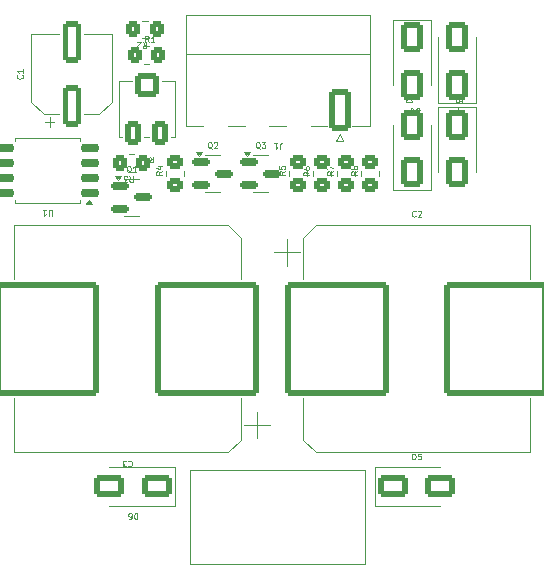
<source format=gbr>
%TF.GenerationSoftware,KiCad,Pcbnew,8.0.2*%
%TF.CreationDate,2024-10-04T23:09:32+02:00*%
%TF.ProjectId,OSSD_CDU,4f535344-5f43-4445-952e-6b696361645f,rev?*%
%TF.SameCoordinates,Original*%
%TF.FileFunction,Legend,Top*%
%TF.FilePolarity,Positive*%
%FSLAX46Y46*%
G04 Gerber Fmt 4.6, Leading zero omitted, Abs format (unit mm)*
G04 Created by KiCad (PCBNEW 8.0.2) date 2024-10-04 23:09:32*
%MOMM*%
%LPD*%
G01*
G04 APERTURE LIST*
G04 Aperture macros list*
%AMRoundRect*
0 Rectangle with rounded corners*
0 $1 Rounding radius*
0 $2 $3 $4 $5 $6 $7 $8 $9 X,Y pos of 4 corners*
0 Add a 4 corners polygon primitive as box body*
4,1,4,$2,$3,$4,$5,$6,$7,$8,$9,$2,$3,0*
0 Add four circle primitives for the rounded corners*
1,1,$1+$1,$2,$3*
1,1,$1+$1,$4,$5*
1,1,$1+$1,$6,$7*
1,1,$1+$1,$8,$9*
0 Add four rect primitives between the rounded corners*
20,1,$1+$1,$2,$3,$4,$5,0*
20,1,$1+$1,$4,$5,$6,$7,0*
20,1,$1+$1,$6,$7,$8,$9,0*
20,1,$1+$1,$8,$9,$2,$3,0*%
G04 Aperture macros list end*
%ADD10C,0.075000*%
%ADD11C,0.120000*%
%ADD12C,0.100000*%
%ADD13RoundRect,0.250000X0.400000X0.750000X-0.400000X0.750000X-0.400000X-0.750000X0.400000X-0.750000X0*%
%ADD14RoundRect,0.250000X0.750000X0.750000X-0.750000X0.750000X-0.750000X-0.750000X0.750000X-0.750000X0*%
%ADD15RoundRect,0.250000X0.450000X-0.350000X0.450000X0.350000X-0.450000X0.350000X-0.450000X-0.350000X0*%
%ADD16RoundRect,0.250000X0.350000X0.450000X-0.350000X0.450000X-0.350000X-0.450000X0.350000X-0.450000X0*%
%ADD17RoundRect,0.250000X-0.350000X-0.450000X0.350000X-0.450000X0.350000X0.450000X-0.350000X0.450000X0*%
%ADD18RoundRect,0.150000X-0.587500X-0.150000X0.587500X-0.150000X0.587500X0.150000X-0.587500X0.150000X0*%
%ADD19C,2.200000*%
%ADD20O,1.800000X3.600000*%
%ADD21RoundRect,0.250000X0.650000X1.550000X-0.650000X1.550000X-0.650000X-1.550000X0.650000X-1.550000X0*%
%ADD22RoundRect,0.250000X1.000000X0.650000X-1.000000X0.650000X-1.000000X-0.650000X1.000000X-0.650000X0*%
%ADD23RoundRect,0.250000X-1.000000X-0.650000X1.000000X-0.650000X1.000000X0.650000X-1.000000X0.650000X0*%
%ADD24RoundRect,0.250000X0.650000X-1.000000X0.650000X1.000000X-0.650000X1.000000X-0.650000X-1.000000X0*%
%ADD25RoundRect,0.250000X-0.650000X1.000000X-0.650000X-1.000000X0.650000X-1.000000X0.650000X1.000000X0*%
%ADD26RoundRect,0.249999X4.150001X4.550001X-4.150001X4.550001X-4.150001X-4.550001X4.150001X-4.550001X0*%
%ADD27RoundRect,0.249999X-4.150001X-4.550001X4.150001X-4.550001X4.150001X4.550001X-4.150001X4.550001X0*%
%ADD28RoundRect,0.250000X0.550000X-1.500000X0.550000X1.500000X-0.550000X1.500000X-0.550000X-1.500000X0*%
%ADD29RoundRect,0.150000X0.650000X0.150000X-0.650000X0.150000X-0.650000X-0.150000X0.650000X-0.150000X0*%
G04 APERTURE END LIST*
D10*
X151935618Y-102078590D02*
X152102284Y-102316685D01*
X152221332Y-102078590D02*
X152221332Y-102578590D01*
X152221332Y-102578590D02*
X152030856Y-102578590D01*
X152030856Y-102578590D02*
X151983237Y-102554780D01*
X151983237Y-102554780D02*
X151959427Y-102530971D01*
X151959427Y-102530971D02*
X151935618Y-102483352D01*
X151935618Y-102483352D02*
X151935618Y-102411923D01*
X151935618Y-102411923D02*
X151959427Y-102364304D01*
X151959427Y-102364304D02*
X151983237Y-102340495D01*
X151983237Y-102340495D02*
X152030856Y-102316685D01*
X152030856Y-102316685D02*
X152221332Y-102316685D01*
X151792760Y-102578590D02*
X151626094Y-102078590D01*
X151626094Y-102078590D02*
X151459427Y-102578590D01*
X151030856Y-102078590D02*
X151316570Y-102078590D01*
X151173713Y-102078590D02*
X151173713Y-102578590D01*
X151173713Y-102578590D02*
X151221332Y-102507161D01*
X151221332Y-102507161D02*
X151268951Y-102459542D01*
X151268951Y-102459542D02*
X151316570Y-102435733D01*
X169463409Y-103341333D02*
X169225314Y-103507999D01*
X169463409Y-103627047D02*
X168963409Y-103627047D01*
X168963409Y-103627047D02*
X168963409Y-103436571D01*
X168963409Y-103436571D02*
X168987219Y-103388952D01*
X168987219Y-103388952D02*
X169011028Y-103365142D01*
X169011028Y-103365142D02*
X169058647Y-103341333D01*
X169058647Y-103341333D02*
X169130076Y-103341333D01*
X169130076Y-103341333D02*
X169177695Y-103365142D01*
X169177695Y-103365142D02*
X169201504Y-103388952D01*
X169201504Y-103388952D02*
X169225314Y-103436571D01*
X169225314Y-103436571D02*
X169225314Y-103627047D01*
X169177695Y-103055618D02*
X169153885Y-103103237D01*
X169153885Y-103103237D02*
X169130076Y-103127047D01*
X169130076Y-103127047D02*
X169082457Y-103150856D01*
X169082457Y-103150856D02*
X169058647Y-103150856D01*
X169058647Y-103150856D02*
X169011028Y-103127047D01*
X169011028Y-103127047D02*
X168987219Y-103103237D01*
X168987219Y-103103237D02*
X168963409Y-103055618D01*
X168963409Y-103055618D02*
X168963409Y-102960380D01*
X168963409Y-102960380D02*
X168987219Y-102912761D01*
X168987219Y-102912761D02*
X169011028Y-102888952D01*
X169011028Y-102888952D02*
X169058647Y-102865142D01*
X169058647Y-102865142D02*
X169082457Y-102865142D01*
X169082457Y-102865142D02*
X169130076Y-102888952D01*
X169130076Y-102888952D02*
X169153885Y-102912761D01*
X169153885Y-102912761D02*
X169177695Y-102960380D01*
X169177695Y-102960380D02*
X169177695Y-103055618D01*
X169177695Y-103055618D02*
X169201504Y-103103237D01*
X169201504Y-103103237D02*
X169225314Y-103127047D01*
X169225314Y-103127047D02*
X169272933Y-103150856D01*
X169272933Y-103150856D02*
X169368171Y-103150856D01*
X169368171Y-103150856D02*
X169415790Y-103127047D01*
X169415790Y-103127047D02*
X169439600Y-103103237D01*
X169439600Y-103103237D02*
X169463409Y-103055618D01*
X169463409Y-103055618D02*
X169463409Y-102960380D01*
X169463409Y-102960380D02*
X169439600Y-102912761D01*
X169439600Y-102912761D02*
X169415790Y-102888952D01*
X169415790Y-102888952D02*
X169368171Y-102865142D01*
X169368171Y-102865142D02*
X169272933Y-102865142D01*
X169272933Y-102865142D02*
X169225314Y-102888952D01*
X169225314Y-102888952D02*
X169201504Y-102912761D01*
X169201504Y-102912761D02*
X169177695Y-102960380D01*
X167431409Y-103341333D02*
X167193314Y-103507999D01*
X167431409Y-103627047D02*
X166931409Y-103627047D01*
X166931409Y-103627047D02*
X166931409Y-103436571D01*
X166931409Y-103436571D02*
X166955219Y-103388952D01*
X166955219Y-103388952D02*
X166979028Y-103365142D01*
X166979028Y-103365142D02*
X167026647Y-103341333D01*
X167026647Y-103341333D02*
X167098076Y-103341333D01*
X167098076Y-103341333D02*
X167145695Y-103365142D01*
X167145695Y-103365142D02*
X167169504Y-103388952D01*
X167169504Y-103388952D02*
X167193314Y-103436571D01*
X167193314Y-103436571D02*
X167193314Y-103627047D01*
X166931409Y-103174666D02*
X166931409Y-102841333D01*
X166931409Y-102841333D02*
X167431409Y-103055618D01*
X165427409Y-103389269D02*
X165189314Y-103555935D01*
X165427409Y-103674983D02*
X164927409Y-103674983D01*
X164927409Y-103674983D02*
X164927409Y-103484507D01*
X164927409Y-103484507D02*
X164951219Y-103436888D01*
X164951219Y-103436888D02*
X164975028Y-103413078D01*
X164975028Y-103413078D02*
X165022647Y-103389269D01*
X165022647Y-103389269D02*
X165094076Y-103389269D01*
X165094076Y-103389269D02*
X165141695Y-103413078D01*
X165141695Y-103413078D02*
X165165504Y-103436888D01*
X165165504Y-103436888D02*
X165189314Y-103484507D01*
X165189314Y-103484507D02*
X165189314Y-103674983D01*
X164927409Y-102960697D02*
X164927409Y-103055935D01*
X164927409Y-103055935D02*
X164951219Y-103103554D01*
X164951219Y-103103554D02*
X164975028Y-103127364D01*
X164975028Y-103127364D02*
X165046457Y-103174983D01*
X165046457Y-103174983D02*
X165141695Y-103198792D01*
X165141695Y-103198792D02*
X165332171Y-103198792D01*
X165332171Y-103198792D02*
X165379790Y-103174983D01*
X165379790Y-103174983D02*
X165403600Y-103151173D01*
X165403600Y-103151173D02*
X165427409Y-103103554D01*
X165427409Y-103103554D02*
X165427409Y-103008316D01*
X165427409Y-103008316D02*
X165403600Y-102960697D01*
X165403600Y-102960697D02*
X165379790Y-102936888D01*
X165379790Y-102936888D02*
X165332171Y-102913078D01*
X165332171Y-102913078D02*
X165213123Y-102913078D01*
X165213123Y-102913078D02*
X165165504Y-102936888D01*
X165165504Y-102936888D02*
X165141695Y-102960697D01*
X165141695Y-102960697D02*
X165117885Y-103008316D01*
X165117885Y-103008316D02*
X165117885Y-103103554D01*
X165117885Y-103103554D02*
X165141695Y-103151173D01*
X165141695Y-103151173D02*
X165165504Y-103174983D01*
X165165504Y-103174983D02*
X165213123Y-103198792D01*
X163367409Y-103341333D02*
X163129314Y-103507999D01*
X163367409Y-103627047D02*
X162867409Y-103627047D01*
X162867409Y-103627047D02*
X162867409Y-103436571D01*
X162867409Y-103436571D02*
X162891219Y-103388952D01*
X162891219Y-103388952D02*
X162915028Y-103365142D01*
X162915028Y-103365142D02*
X162962647Y-103341333D01*
X162962647Y-103341333D02*
X163034076Y-103341333D01*
X163034076Y-103341333D02*
X163081695Y-103365142D01*
X163081695Y-103365142D02*
X163105504Y-103388952D01*
X163105504Y-103388952D02*
X163129314Y-103436571D01*
X163129314Y-103436571D02*
X163129314Y-103627047D01*
X162867409Y-102888952D02*
X162867409Y-103127047D01*
X162867409Y-103127047D02*
X163105504Y-103150856D01*
X163105504Y-103150856D02*
X163081695Y-103127047D01*
X163081695Y-103127047D02*
X163057885Y-103079428D01*
X163057885Y-103079428D02*
X163057885Y-102960380D01*
X163057885Y-102960380D02*
X163081695Y-102912761D01*
X163081695Y-102912761D02*
X163105504Y-102888952D01*
X163105504Y-102888952D02*
X163153123Y-102865142D01*
X163153123Y-102865142D02*
X163272171Y-102865142D01*
X163272171Y-102865142D02*
X163319790Y-102888952D01*
X163319790Y-102888952D02*
X163343600Y-102912761D01*
X163343600Y-102912761D02*
X163367409Y-102960380D01*
X163367409Y-102960380D02*
X163367409Y-103079428D01*
X163367409Y-103079428D02*
X163343600Y-103127047D01*
X163343600Y-103127047D02*
X163319790Y-103150856D01*
X152953409Y-103341333D02*
X152715314Y-103507999D01*
X152953409Y-103627047D02*
X152453409Y-103627047D01*
X152453409Y-103627047D02*
X152453409Y-103436571D01*
X152453409Y-103436571D02*
X152477219Y-103388952D01*
X152477219Y-103388952D02*
X152501028Y-103365142D01*
X152501028Y-103365142D02*
X152548647Y-103341333D01*
X152548647Y-103341333D02*
X152620076Y-103341333D01*
X152620076Y-103341333D02*
X152667695Y-103365142D01*
X152667695Y-103365142D02*
X152691504Y-103388952D01*
X152691504Y-103388952D02*
X152715314Y-103436571D01*
X152715314Y-103436571D02*
X152715314Y-103627047D01*
X152620076Y-102912761D02*
X152953409Y-102912761D01*
X152429600Y-103031809D02*
X152786742Y-103150856D01*
X152786742Y-103150856D02*
X152786742Y-102841333D01*
X150176333Y-103725590D02*
X150342999Y-103963685D01*
X150462047Y-103725590D02*
X150462047Y-104225590D01*
X150462047Y-104225590D02*
X150271571Y-104225590D01*
X150271571Y-104225590D02*
X150223952Y-104201780D01*
X150223952Y-104201780D02*
X150200142Y-104177971D01*
X150200142Y-104177971D02*
X150176333Y-104130352D01*
X150176333Y-104130352D02*
X150176333Y-104058923D01*
X150176333Y-104058923D02*
X150200142Y-104011304D01*
X150200142Y-104011304D02*
X150223952Y-103987495D01*
X150223952Y-103987495D02*
X150271571Y-103963685D01*
X150271571Y-103963685D02*
X150462047Y-103963685D01*
X150009666Y-104225590D02*
X149700142Y-104225590D01*
X149700142Y-104225590D02*
X149866809Y-104035114D01*
X149866809Y-104035114D02*
X149795380Y-104035114D01*
X149795380Y-104035114D02*
X149747761Y-104011304D01*
X149747761Y-104011304D02*
X149723952Y-103987495D01*
X149723952Y-103987495D02*
X149700142Y-103939876D01*
X149700142Y-103939876D02*
X149700142Y-103820828D01*
X149700142Y-103820828D02*
X149723952Y-103773209D01*
X149723952Y-103773209D02*
X149747761Y-103749400D01*
X149747761Y-103749400D02*
X149795380Y-103725590D01*
X149795380Y-103725590D02*
X149938237Y-103725590D01*
X149938237Y-103725590D02*
X149985856Y-103749400D01*
X149985856Y-103749400D02*
X150009666Y-103773209D01*
X151319333Y-92422590D02*
X151485999Y-92660685D01*
X151605047Y-92422590D02*
X151605047Y-92922590D01*
X151605047Y-92922590D02*
X151414571Y-92922590D01*
X151414571Y-92922590D02*
X151366952Y-92898780D01*
X151366952Y-92898780D02*
X151343142Y-92874971D01*
X151343142Y-92874971D02*
X151319333Y-92827352D01*
X151319333Y-92827352D02*
X151319333Y-92755923D01*
X151319333Y-92755923D02*
X151343142Y-92708304D01*
X151343142Y-92708304D02*
X151366952Y-92684495D01*
X151366952Y-92684495D02*
X151414571Y-92660685D01*
X151414571Y-92660685D02*
X151605047Y-92660685D01*
X151128856Y-92874971D02*
X151105047Y-92898780D01*
X151105047Y-92898780D02*
X151057428Y-92922590D01*
X151057428Y-92922590D02*
X150938380Y-92922590D01*
X150938380Y-92922590D02*
X150890761Y-92898780D01*
X150890761Y-92898780D02*
X150866952Y-92874971D01*
X150866952Y-92874971D02*
X150843142Y-92827352D01*
X150843142Y-92827352D02*
X150843142Y-92779733D01*
X150843142Y-92779733D02*
X150866952Y-92708304D01*
X150866952Y-92708304D02*
X151152666Y-92422590D01*
X151152666Y-92422590D02*
X150843142Y-92422590D01*
X151829666Y-92386409D02*
X151663000Y-92148314D01*
X151543952Y-92386409D02*
X151543952Y-91886409D01*
X151543952Y-91886409D02*
X151734428Y-91886409D01*
X151734428Y-91886409D02*
X151782047Y-91910219D01*
X151782047Y-91910219D02*
X151805857Y-91934028D01*
X151805857Y-91934028D02*
X151829666Y-91981647D01*
X151829666Y-91981647D02*
X151829666Y-92053076D01*
X151829666Y-92053076D02*
X151805857Y-92100695D01*
X151805857Y-92100695D02*
X151782047Y-92124504D01*
X151782047Y-92124504D02*
X151734428Y-92148314D01*
X151734428Y-92148314D02*
X151543952Y-92148314D01*
X152305857Y-92386409D02*
X152020143Y-92386409D01*
X152163000Y-92386409D02*
X152163000Y-91886409D01*
X152163000Y-91886409D02*
X152115381Y-91957838D01*
X152115381Y-91957838D02*
X152067762Y-92005457D01*
X152067762Y-92005457D02*
X152020143Y-92029266D01*
X161242380Y-101408028D02*
X161194761Y-101384219D01*
X161194761Y-101384219D02*
X161147142Y-101336600D01*
X161147142Y-101336600D02*
X161075714Y-101265171D01*
X161075714Y-101265171D02*
X161028095Y-101241361D01*
X161028095Y-101241361D02*
X160980476Y-101241361D01*
X161004285Y-101360409D02*
X160956666Y-101336600D01*
X160956666Y-101336600D02*
X160909047Y-101288980D01*
X160909047Y-101288980D02*
X160885238Y-101193742D01*
X160885238Y-101193742D02*
X160885238Y-101027076D01*
X160885238Y-101027076D02*
X160909047Y-100931838D01*
X160909047Y-100931838D02*
X160956666Y-100884219D01*
X160956666Y-100884219D02*
X161004285Y-100860409D01*
X161004285Y-100860409D02*
X161099523Y-100860409D01*
X161099523Y-100860409D02*
X161147142Y-100884219D01*
X161147142Y-100884219D02*
X161194761Y-100931838D01*
X161194761Y-100931838D02*
X161218571Y-101027076D01*
X161218571Y-101027076D02*
X161218571Y-101193742D01*
X161218571Y-101193742D02*
X161194761Y-101288980D01*
X161194761Y-101288980D02*
X161147142Y-101336600D01*
X161147142Y-101336600D02*
X161099523Y-101360409D01*
X161099523Y-101360409D02*
X161004285Y-101360409D01*
X161385238Y-100860409D02*
X161694762Y-100860409D01*
X161694762Y-100860409D02*
X161528095Y-101050885D01*
X161528095Y-101050885D02*
X161599524Y-101050885D01*
X161599524Y-101050885D02*
X161647143Y-101074695D01*
X161647143Y-101074695D02*
X161670952Y-101098504D01*
X161670952Y-101098504D02*
X161694762Y-101146123D01*
X161694762Y-101146123D02*
X161694762Y-101265171D01*
X161694762Y-101265171D02*
X161670952Y-101312790D01*
X161670952Y-101312790D02*
X161647143Y-101336600D01*
X161647143Y-101336600D02*
X161599524Y-101360409D01*
X161599524Y-101360409D02*
X161456667Y-101360409D01*
X161456667Y-101360409D02*
X161409048Y-101336600D01*
X161409048Y-101336600D02*
X161385238Y-101312790D01*
X157178380Y-101408028D02*
X157130761Y-101384219D01*
X157130761Y-101384219D02*
X157083142Y-101336600D01*
X157083142Y-101336600D02*
X157011714Y-101265171D01*
X157011714Y-101265171D02*
X156964095Y-101241361D01*
X156964095Y-101241361D02*
X156916476Y-101241361D01*
X156940285Y-101360409D02*
X156892666Y-101336600D01*
X156892666Y-101336600D02*
X156845047Y-101288980D01*
X156845047Y-101288980D02*
X156821238Y-101193742D01*
X156821238Y-101193742D02*
X156821238Y-101027076D01*
X156821238Y-101027076D02*
X156845047Y-100931838D01*
X156845047Y-100931838D02*
X156892666Y-100884219D01*
X156892666Y-100884219D02*
X156940285Y-100860409D01*
X156940285Y-100860409D02*
X157035523Y-100860409D01*
X157035523Y-100860409D02*
X157083142Y-100884219D01*
X157083142Y-100884219D02*
X157130761Y-100931838D01*
X157130761Y-100931838D02*
X157154571Y-101027076D01*
X157154571Y-101027076D02*
X157154571Y-101193742D01*
X157154571Y-101193742D02*
X157130761Y-101288980D01*
X157130761Y-101288980D02*
X157083142Y-101336600D01*
X157083142Y-101336600D02*
X157035523Y-101360409D01*
X157035523Y-101360409D02*
X156940285Y-101360409D01*
X157345048Y-100908028D02*
X157368857Y-100884219D01*
X157368857Y-100884219D02*
X157416476Y-100860409D01*
X157416476Y-100860409D02*
X157535524Y-100860409D01*
X157535524Y-100860409D02*
X157583143Y-100884219D01*
X157583143Y-100884219D02*
X157606952Y-100908028D01*
X157606952Y-100908028D02*
X157630762Y-100955647D01*
X157630762Y-100955647D02*
X157630762Y-101003266D01*
X157630762Y-101003266D02*
X157606952Y-101074695D01*
X157606952Y-101074695D02*
X157321238Y-101360409D01*
X157321238Y-101360409D02*
X157630762Y-101360409D01*
X150320380Y-103424028D02*
X150272761Y-103400219D01*
X150272761Y-103400219D02*
X150225142Y-103352600D01*
X150225142Y-103352600D02*
X150153714Y-103281171D01*
X150153714Y-103281171D02*
X150106095Y-103257361D01*
X150106095Y-103257361D02*
X150058476Y-103257361D01*
X150082285Y-103376409D02*
X150034666Y-103352600D01*
X150034666Y-103352600D02*
X149987047Y-103304980D01*
X149987047Y-103304980D02*
X149963238Y-103209742D01*
X149963238Y-103209742D02*
X149963238Y-103043076D01*
X149963238Y-103043076D02*
X149987047Y-102947838D01*
X149987047Y-102947838D02*
X150034666Y-102900219D01*
X150034666Y-102900219D02*
X150082285Y-102876409D01*
X150082285Y-102876409D02*
X150177523Y-102876409D01*
X150177523Y-102876409D02*
X150225142Y-102900219D01*
X150225142Y-102900219D02*
X150272761Y-102947838D01*
X150272761Y-102947838D02*
X150296571Y-103043076D01*
X150296571Y-103043076D02*
X150296571Y-103209742D01*
X150296571Y-103209742D02*
X150272761Y-103304980D01*
X150272761Y-103304980D02*
X150225142Y-103352600D01*
X150225142Y-103352600D02*
X150177523Y-103376409D01*
X150177523Y-103376409D02*
X150082285Y-103376409D01*
X150772762Y-103376409D02*
X150487048Y-103376409D01*
X150629905Y-103376409D02*
X150629905Y-102876409D01*
X150629905Y-102876409D02*
X150582286Y-102947838D01*
X150582286Y-102947838D02*
X150534667Y-102995457D01*
X150534667Y-102995457D02*
X150487048Y-103019266D01*
X162916666Y-101455090D02*
X162916666Y-101097947D01*
X162916666Y-101097947D02*
X162940475Y-101026519D01*
X162940475Y-101026519D02*
X162988094Y-100978900D01*
X162988094Y-100978900D02*
X163059523Y-100955090D01*
X163059523Y-100955090D02*
X163107142Y-100955090D01*
X162416666Y-100955090D02*
X162702380Y-100955090D01*
X162559523Y-100955090D02*
X162559523Y-101455090D01*
X162559523Y-101455090D02*
X162607142Y-101383661D01*
X162607142Y-101383661D02*
X162654761Y-101336042D01*
X162654761Y-101336042D02*
X162702380Y-101312233D01*
X150869047Y-132272590D02*
X150869047Y-132772590D01*
X150869047Y-132772590D02*
X150749999Y-132772590D01*
X150749999Y-132772590D02*
X150678571Y-132748780D01*
X150678571Y-132748780D02*
X150630952Y-132701161D01*
X150630952Y-132701161D02*
X150607142Y-132653542D01*
X150607142Y-132653542D02*
X150583333Y-132558304D01*
X150583333Y-132558304D02*
X150583333Y-132486876D01*
X150583333Y-132486876D02*
X150607142Y-132391638D01*
X150607142Y-132391638D02*
X150630952Y-132344019D01*
X150630952Y-132344019D02*
X150678571Y-132296400D01*
X150678571Y-132296400D02*
X150749999Y-132272590D01*
X150749999Y-132272590D02*
X150869047Y-132272590D01*
X150154761Y-132772590D02*
X150249999Y-132772590D01*
X150249999Y-132772590D02*
X150297618Y-132748780D01*
X150297618Y-132748780D02*
X150321428Y-132724971D01*
X150321428Y-132724971D02*
X150369047Y-132653542D01*
X150369047Y-132653542D02*
X150392856Y-132558304D01*
X150392856Y-132558304D02*
X150392856Y-132367828D01*
X150392856Y-132367828D02*
X150369047Y-132320209D01*
X150369047Y-132320209D02*
X150345237Y-132296400D01*
X150345237Y-132296400D02*
X150297618Y-132272590D01*
X150297618Y-132272590D02*
X150202380Y-132272590D01*
X150202380Y-132272590D02*
X150154761Y-132296400D01*
X150154761Y-132296400D02*
X150130952Y-132320209D01*
X150130952Y-132320209D02*
X150107142Y-132367828D01*
X150107142Y-132367828D02*
X150107142Y-132486876D01*
X150107142Y-132486876D02*
X150130952Y-132534495D01*
X150130952Y-132534495D02*
X150154761Y-132558304D01*
X150154761Y-132558304D02*
X150202380Y-132582114D01*
X150202380Y-132582114D02*
X150297618Y-132582114D01*
X150297618Y-132582114D02*
X150345237Y-132558304D01*
X150345237Y-132558304D02*
X150369047Y-132534495D01*
X150369047Y-132534495D02*
X150392856Y-132486876D01*
X174130952Y-127727409D02*
X174130952Y-127227409D01*
X174130952Y-127227409D02*
X174250000Y-127227409D01*
X174250000Y-127227409D02*
X174321428Y-127251219D01*
X174321428Y-127251219D02*
X174369047Y-127298838D01*
X174369047Y-127298838D02*
X174392857Y-127346457D01*
X174392857Y-127346457D02*
X174416666Y-127441695D01*
X174416666Y-127441695D02*
X174416666Y-127513123D01*
X174416666Y-127513123D02*
X174392857Y-127608361D01*
X174392857Y-127608361D02*
X174369047Y-127655980D01*
X174369047Y-127655980D02*
X174321428Y-127703600D01*
X174321428Y-127703600D02*
X174250000Y-127727409D01*
X174250000Y-127727409D02*
X174130952Y-127727409D01*
X174869047Y-127227409D02*
X174630952Y-127227409D01*
X174630952Y-127227409D02*
X174607143Y-127465504D01*
X174607143Y-127465504D02*
X174630952Y-127441695D01*
X174630952Y-127441695D02*
X174678571Y-127417885D01*
X174678571Y-127417885D02*
X174797619Y-127417885D01*
X174797619Y-127417885D02*
X174845238Y-127441695D01*
X174845238Y-127441695D02*
X174869047Y-127465504D01*
X174869047Y-127465504D02*
X174892857Y-127513123D01*
X174892857Y-127513123D02*
X174892857Y-127632171D01*
X174892857Y-127632171D02*
X174869047Y-127679790D01*
X174869047Y-127679790D02*
X174845238Y-127703600D01*
X174845238Y-127703600D02*
X174797619Y-127727409D01*
X174797619Y-127727409D02*
X174678571Y-127727409D01*
X174678571Y-127727409D02*
X174630952Y-127703600D01*
X174630952Y-127703600D02*
X174607143Y-127679790D01*
X174090409Y-97504047D02*
X173590409Y-97504047D01*
X173590409Y-97504047D02*
X173590409Y-97384999D01*
X173590409Y-97384999D02*
X173614219Y-97313571D01*
X173614219Y-97313571D02*
X173661838Y-97265952D01*
X173661838Y-97265952D02*
X173709457Y-97242142D01*
X173709457Y-97242142D02*
X173804695Y-97218333D01*
X173804695Y-97218333D02*
X173876123Y-97218333D01*
X173876123Y-97218333D02*
X173971361Y-97242142D01*
X173971361Y-97242142D02*
X174018980Y-97265952D01*
X174018980Y-97265952D02*
X174066600Y-97313571D01*
X174066600Y-97313571D02*
X174090409Y-97384999D01*
X174090409Y-97384999D02*
X174090409Y-97504047D01*
X173757076Y-96789761D02*
X174090409Y-96789761D01*
X173566600Y-96908809D02*
X173923742Y-97027856D01*
X173923742Y-97027856D02*
X173923742Y-96718333D01*
X177826590Y-96701952D02*
X178326590Y-96701952D01*
X178326590Y-96701952D02*
X178326590Y-96821000D01*
X178326590Y-96821000D02*
X178302780Y-96892428D01*
X178302780Y-96892428D02*
X178255161Y-96940047D01*
X178255161Y-96940047D02*
X178207542Y-96963857D01*
X178207542Y-96963857D02*
X178112304Y-96987666D01*
X178112304Y-96987666D02*
X178040876Y-96987666D01*
X178040876Y-96987666D02*
X177945638Y-96963857D01*
X177945638Y-96963857D02*
X177898019Y-96940047D01*
X177898019Y-96940047D02*
X177850400Y-96892428D01*
X177850400Y-96892428D02*
X177826590Y-96821000D01*
X177826590Y-96821000D02*
X177826590Y-96701952D01*
X178326590Y-97154333D02*
X178326590Y-97463857D01*
X178326590Y-97463857D02*
X178136114Y-97297190D01*
X178136114Y-97297190D02*
X178136114Y-97368619D01*
X178136114Y-97368619D02*
X178112304Y-97416238D01*
X178112304Y-97416238D02*
X178088495Y-97440047D01*
X178088495Y-97440047D02*
X178040876Y-97463857D01*
X178040876Y-97463857D02*
X177921828Y-97463857D01*
X177921828Y-97463857D02*
X177874209Y-97440047D01*
X177874209Y-97440047D02*
X177850400Y-97416238D01*
X177850400Y-97416238D02*
X177826590Y-97368619D01*
X177826590Y-97368619D02*
X177826590Y-97225762D01*
X177826590Y-97225762D02*
X177850400Y-97178143D01*
X177850400Y-97178143D02*
X177874209Y-97154333D01*
X174001952Y-98505409D02*
X174001952Y-98005409D01*
X174001952Y-98005409D02*
X174121000Y-98005409D01*
X174121000Y-98005409D02*
X174192428Y-98029219D01*
X174192428Y-98029219D02*
X174240047Y-98076838D01*
X174240047Y-98076838D02*
X174263857Y-98124457D01*
X174263857Y-98124457D02*
X174287666Y-98219695D01*
X174287666Y-98219695D02*
X174287666Y-98291123D01*
X174287666Y-98291123D02*
X174263857Y-98386361D01*
X174263857Y-98386361D02*
X174240047Y-98433980D01*
X174240047Y-98433980D02*
X174192428Y-98481600D01*
X174192428Y-98481600D02*
X174121000Y-98505409D01*
X174121000Y-98505409D02*
X174001952Y-98505409D01*
X174478143Y-98053028D02*
X174501952Y-98029219D01*
X174501952Y-98029219D02*
X174549571Y-98005409D01*
X174549571Y-98005409D02*
X174668619Y-98005409D01*
X174668619Y-98005409D02*
X174716238Y-98029219D01*
X174716238Y-98029219D02*
X174740047Y-98053028D01*
X174740047Y-98053028D02*
X174763857Y-98100647D01*
X174763857Y-98100647D02*
X174763857Y-98148266D01*
X174763857Y-98148266D02*
X174740047Y-98219695D01*
X174740047Y-98219695D02*
X174454333Y-98505409D01*
X174454333Y-98505409D02*
X174763857Y-98505409D01*
X178027409Y-98719047D02*
X177527409Y-98719047D01*
X177527409Y-98719047D02*
X177527409Y-98599999D01*
X177527409Y-98599999D02*
X177551219Y-98528571D01*
X177551219Y-98528571D02*
X177598838Y-98480952D01*
X177598838Y-98480952D02*
X177646457Y-98457142D01*
X177646457Y-98457142D02*
X177741695Y-98433333D01*
X177741695Y-98433333D02*
X177813123Y-98433333D01*
X177813123Y-98433333D02*
X177908361Y-98457142D01*
X177908361Y-98457142D02*
X177955980Y-98480952D01*
X177955980Y-98480952D02*
X178003600Y-98528571D01*
X178003600Y-98528571D02*
X178027409Y-98599999D01*
X178027409Y-98599999D02*
X178027409Y-98719047D01*
X178027409Y-97957142D02*
X178027409Y-98242856D01*
X178027409Y-98099999D02*
X177527409Y-98099999D01*
X177527409Y-98099999D02*
X177598838Y-98147618D01*
X177598838Y-98147618D02*
X177646457Y-98195237D01*
X177646457Y-98195237D02*
X177670266Y-98242856D01*
X150083333Y-127870209D02*
X150107142Y-127846400D01*
X150107142Y-127846400D02*
X150178571Y-127822590D01*
X150178571Y-127822590D02*
X150226190Y-127822590D01*
X150226190Y-127822590D02*
X150297618Y-127846400D01*
X150297618Y-127846400D02*
X150345237Y-127894019D01*
X150345237Y-127894019D02*
X150369047Y-127941638D01*
X150369047Y-127941638D02*
X150392856Y-128036876D01*
X150392856Y-128036876D02*
X150392856Y-128108304D01*
X150392856Y-128108304D02*
X150369047Y-128203542D01*
X150369047Y-128203542D02*
X150345237Y-128251161D01*
X150345237Y-128251161D02*
X150297618Y-128298780D01*
X150297618Y-128298780D02*
X150226190Y-128322590D01*
X150226190Y-128322590D02*
X150178571Y-128322590D01*
X150178571Y-128322590D02*
X150107142Y-128298780D01*
X150107142Y-128298780D02*
X150083333Y-128274971D01*
X149916666Y-128322590D02*
X149607142Y-128322590D01*
X149607142Y-128322590D02*
X149773809Y-128132114D01*
X149773809Y-128132114D02*
X149702380Y-128132114D01*
X149702380Y-128132114D02*
X149654761Y-128108304D01*
X149654761Y-128108304D02*
X149630952Y-128084495D01*
X149630952Y-128084495D02*
X149607142Y-128036876D01*
X149607142Y-128036876D02*
X149607142Y-127917828D01*
X149607142Y-127917828D02*
X149630952Y-127870209D01*
X149630952Y-127870209D02*
X149654761Y-127846400D01*
X149654761Y-127846400D02*
X149702380Y-127822590D01*
X149702380Y-127822590D02*
X149845237Y-127822590D01*
X149845237Y-127822590D02*
X149892856Y-127846400D01*
X149892856Y-127846400D02*
X149916666Y-127870209D01*
X174416666Y-107129790D02*
X174392857Y-107153600D01*
X174392857Y-107153600D02*
X174321428Y-107177409D01*
X174321428Y-107177409D02*
X174273809Y-107177409D01*
X174273809Y-107177409D02*
X174202381Y-107153600D01*
X174202381Y-107153600D02*
X174154762Y-107105980D01*
X174154762Y-107105980D02*
X174130952Y-107058361D01*
X174130952Y-107058361D02*
X174107143Y-106963123D01*
X174107143Y-106963123D02*
X174107143Y-106891695D01*
X174107143Y-106891695D02*
X174130952Y-106796457D01*
X174130952Y-106796457D02*
X174154762Y-106748838D01*
X174154762Y-106748838D02*
X174202381Y-106701219D01*
X174202381Y-106701219D02*
X174273809Y-106677409D01*
X174273809Y-106677409D02*
X174321428Y-106677409D01*
X174321428Y-106677409D02*
X174392857Y-106701219D01*
X174392857Y-106701219D02*
X174416666Y-106725028D01*
X174607143Y-106725028D02*
X174630952Y-106701219D01*
X174630952Y-106701219D02*
X174678571Y-106677409D01*
X174678571Y-106677409D02*
X174797619Y-106677409D01*
X174797619Y-106677409D02*
X174845238Y-106701219D01*
X174845238Y-106701219D02*
X174869047Y-106725028D01*
X174869047Y-106725028D02*
X174892857Y-106772647D01*
X174892857Y-106772647D02*
X174892857Y-106820266D01*
X174892857Y-106820266D02*
X174869047Y-106891695D01*
X174869047Y-106891695D02*
X174583333Y-107177409D01*
X174583333Y-107177409D02*
X174892857Y-107177409D01*
X141117790Y-95185333D02*
X141141600Y-95209142D01*
X141141600Y-95209142D02*
X141165409Y-95280571D01*
X141165409Y-95280571D02*
X141165409Y-95328190D01*
X141165409Y-95328190D02*
X141141600Y-95399618D01*
X141141600Y-95399618D02*
X141093980Y-95447237D01*
X141093980Y-95447237D02*
X141046361Y-95471047D01*
X141046361Y-95471047D02*
X140951123Y-95494856D01*
X140951123Y-95494856D02*
X140879695Y-95494856D01*
X140879695Y-95494856D02*
X140784457Y-95471047D01*
X140784457Y-95471047D02*
X140736838Y-95447237D01*
X140736838Y-95447237D02*
X140689219Y-95399618D01*
X140689219Y-95399618D02*
X140665409Y-95328190D01*
X140665409Y-95328190D02*
X140665409Y-95280571D01*
X140665409Y-95280571D02*
X140689219Y-95209142D01*
X140689219Y-95209142D02*
X140713028Y-95185333D01*
X141165409Y-94709142D02*
X141165409Y-94994856D01*
X141165409Y-94851999D02*
X140665409Y-94851999D01*
X140665409Y-94851999D02*
X140736838Y-94899618D01*
X140736838Y-94899618D02*
X140784457Y-94947237D01*
X140784457Y-94947237D02*
X140808266Y-94994856D01*
X143636952Y-107095590D02*
X143636952Y-106690828D01*
X143636952Y-106690828D02*
X143613142Y-106643209D01*
X143613142Y-106643209D02*
X143589333Y-106619400D01*
X143589333Y-106619400D02*
X143541714Y-106595590D01*
X143541714Y-106595590D02*
X143446476Y-106595590D01*
X143446476Y-106595590D02*
X143398857Y-106619400D01*
X143398857Y-106619400D02*
X143375047Y-106643209D01*
X143375047Y-106643209D02*
X143351238Y-106690828D01*
X143351238Y-106690828D02*
X143351238Y-107095590D01*
X142851237Y-106595590D02*
X143136951Y-106595590D01*
X142994094Y-106595590D02*
X142994094Y-107095590D01*
X142994094Y-107095590D02*
X143041713Y-107024161D01*
X143041713Y-107024161D02*
X143089332Y-106976542D01*
X143089332Y-106976542D02*
X143136951Y-106952733D01*
D11*
%TO.C,RV1*%
X149268000Y-100426000D02*
X149268000Y-95686000D01*
X149578000Y-100426000D02*
X149268000Y-100426000D01*
X150378000Y-95686000D02*
X149268000Y-95686000D01*
X151878000Y-100426000D02*
X151398000Y-100426000D01*
X154008000Y-95686000D02*
X152908000Y-95686000D01*
X154008000Y-100426000D02*
X153698000Y-100426000D01*
X154008000Y-100426000D02*
X154008000Y-95686000D01*
%TO.C,R8*%
X171296000Y-103760064D02*
X171296000Y-103305936D01*
X169826000Y-103760064D02*
X169826000Y-103305936D01*
%TO.C,R7*%
X169264000Y-103760064D02*
X169264000Y-103305936D01*
X167794000Y-103760064D02*
X167794000Y-103305936D01*
%TO.C,R6*%
X167232000Y-103760064D02*
X167232000Y-103305936D01*
X165762000Y-103760064D02*
X165762000Y-103305936D01*
%TO.C,R5*%
X165200000Y-103760064D02*
X165200000Y-103305936D01*
X163730000Y-103760064D02*
X163730000Y-103305936D01*
%TO.C,R4*%
X154786000Y-103760064D02*
X154786000Y-103305936D01*
X153316000Y-103760064D02*
X153316000Y-103305936D01*
%TO.C,R3*%
X150595064Y-101893000D02*
X150140936Y-101893000D01*
X150595064Y-103363000D02*
X150140936Y-103363000D01*
%TO.C,R2*%
X151738064Y-92060000D02*
X151283936Y-92060000D01*
X151738064Y-90590000D02*
X151283936Y-90590000D01*
%TO.C,R1*%
X151410936Y-94219000D02*
X151865064Y-94219000D01*
X151410936Y-92749000D02*
X151865064Y-92749000D01*
%TO.C,Q3*%
X160127500Y-102023000D02*
X159887500Y-101693000D01*
X160367500Y-101693000D01*
X160127500Y-102023000D01*
G36*
X160127500Y-102023000D02*
G01*
X159887500Y-101693000D01*
X160367500Y-101693000D01*
X160127500Y-102023000D01*
G37*
X161290000Y-105093000D02*
X161940000Y-105093000D01*
X161290000Y-105093000D02*
X160640000Y-105093000D01*
X161290000Y-101973000D02*
X161940000Y-101973000D01*
X161290000Y-101973000D02*
X160640000Y-101973000D01*
%TO.C,Q2*%
X156063500Y-102023000D02*
X155823500Y-101693000D01*
X156303500Y-101693000D01*
X156063500Y-102023000D01*
G36*
X156063500Y-102023000D02*
G01*
X155823500Y-101693000D01*
X156303500Y-101693000D01*
X156063500Y-102023000D01*
G37*
X157226000Y-105093000D02*
X157876000Y-105093000D01*
X157226000Y-105093000D02*
X156576000Y-105093000D01*
X157226000Y-101973000D02*
X157876000Y-101973000D01*
X157226000Y-101973000D02*
X156576000Y-101973000D01*
%TO.C,Q1*%
X149205500Y-104039000D02*
X148965500Y-103709000D01*
X149445500Y-103709000D01*
X149205500Y-104039000D01*
G36*
X149205500Y-104039000D02*
G01*
X148965500Y-103709000D01*
X149445500Y-103709000D01*
X149205500Y-104039000D01*
G37*
X150368000Y-107109000D02*
X151018000Y-107109000D01*
X150368000Y-107109000D02*
X149718000Y-107109000D01*
X150368000Y-103989000D02*
X151018000Y-103989000D01*
X150368000Y-103989000D02*
X149718000Y-103989000D01*
D12*
%TO.C,J2*%
X155350000Y-128650000D02*
X155350000Y-136550000D01*
X155350000Y-128650000D02*
X170150000Y-128650000D01*
X170150000Y-128650000D02*
X170150000Y-136550000D01*
X170150000Y-136550000D02*
X155350000Y-136550000D01*
D11*
%TO.C,J1*%
X154940000Y-90072500D02*
X154940000Y-99492500D01*
X154940000Y-99492500D02*
X156450000Y-99492500D01*
X159950000Y-99492500D02*
X158550000Y-99492500D01*
X163450000Y-99492500D02*
X162050000Y-99492500D01*
X166950000Y-99492500D02*
X165550000Y-99492500D01*
X167700000Y-100782500D02*
X168000000Y-100182500D01*
X168000000Y-100182500D02*
X168300000Y-100782500D01*
X168300000Y-100782500D02*
X167700000Y-100782500D01*
X170560000Y-90072500D02*
X154940000Y-90072500D01*
X170560000Y-93382500D02*
X154940000Y-93382500D01*
X170560000Y-99492500D02*
X169050000Y-99492500D01*
X170560000Y-99492500D02*
X170560000Y-90072500D01*
%TO.C,D6*%
X154010000Y-131650000D02*
X154010000Y-128350000D01*
X154010000Y-131650000D02*
X148500000Y-131650000D01*
X154010000Y-128350000D02*
X148500000Y-128350000D01*
%TO.C,D5*%
X170990000Y-128350000D02*
X170990000Y-131650000D01*
X170990000Y-128350000D02*
X176500000Y-128350000D01*
X170990000Y-131650000D02*
X176500000Y-131650000D01*
%TO.C,D4*%
X175767000Y-104931000D02*
X175767000Y-99421000D01*
X172467000Y-104931000D02*
X172467000Y-99421000D01*
X172467000Y-104931000D02*
X175767000Y-104931000D01*
%TO.C,D3*%
X176277000Y-97911000D02*
X176277000Y-103421000D01*
X179577000Y-97911000D02*
X179577000Y-103421000D01*
X179577000Y-97911000D02*
X176277000Y-97911000D01*
%TO.C,D2*%
X172467000Y-90482000D02*
X172467000Y-95992000D01*
X175767000Y-90482000D02*
X175767000Y-95992000D01*
X175767000Y-90482000D02*
X172467000Y-90482000D01*
%TO.C,D1*%
X179577000Y-97510000D02*
X179577000Y-92000000D01*
X176277000Y-97510000D02*
X176277000Y-92000000D01*
X176277000Y-97510000D02*
X179577000Y-97510000D01*
%TO.C,C3*%
X162100000Y-124810000D02*
X159850000Y-124810000D01*
X160975000Y-125935000D02*
X160975000Y-123685000D01*
X159610000Y-126045563D02*
X159610000Y-122560000D01*
X159610000Y-126045563D02*
X158545563Y-127110000D01*
X159610000Y-108954437D02*
X159610000Y-112440000D01*
X159610000Y-108954437D02*
X158545563Y-107890000D01*
X158545563Y-127110000D02*
X140390000Y-127110000D01*
X158545563Y-107890000D02*
X140390000Y-107890000D01*
X140390000Y-127110000D02*
X140390000Y-122560000D01*
X140390000Y-107890000D02*
X140390000Y-112440000D01*
%TO.C,C2*%
X162400000Y-110190000D02*
X164650000Y-110190000D01*
X163525000Y-109065000D02*
X163525000Y-111315000D01*
X164890000Y-108954437D02*
X164890000Y-112440000D01*
X164890000Y-108954437D02*
X165954437Y-107890000D01*
X164890000Y-126045563D02*
X164890000Y-122560000D01*
X164890000Y-126045563D02*
X165954437Y-127110000D01*
X165954437Y-107890000D02*
X184110000Y-107890000D01*
X165954437Y-127110000D02*
X184110000Y-127110000D01*
X184110000Y-107890000D02*
X184110000Y-112440000D01*
X184110000Y-127110000D02*
X184110000Y-122560000D01*
%TO.C,C1*%
X148698000Y-91692000D02*
X146348000Y-91692000D01*
X141878000Y-91692000D02*
X144228000Y-91692000D01*
X148698000Y-97447563D02*
X148698000Y-91692000D01*
X141878000Y-97447563D02*
X141878000Y-91692000D01*
X147633563Y-98512000D02*
X148698000Y-97447563D01*
X147633563Y-98512000D02*
X146348000Y-98512000D01*
X142942437Y-98512000D02*
X141878000Y-97447563D01*
X142942437Y-98512000D02*
X144228000Y-98512000D01*
X143046750Y-99145750D02*
X143834250Y-99145750D01*
X143440500Y-99539500D02*
X143440500Y-98752000D01*
%TO.C,U1*%
X147016000Y-106058000D02*
X146536000Y-106058000D01*
X146776000Y-105728000D01*
X147016000Y-106058000D01*
G36*
X147016000Y-106058000D02*
G01*
X146536000Y-106058000D01*
X146776000Y-105728000D01*
X147016000Y-106058000D01*
G37*
X140506000Y-100538000D02*
X140506000Y-100798000D01*
X140506000Y-105988000D02*
X140506000Y-105728000D01*
X143256000Y-100538000D02*
X140506000Y-100538000D01*
X143256000Y-100538000D02*
X146006000Y-100538000D01*
X143256000Y-105988000D02*
X140506000Y-105988000D01*
X143256000Y-105988000D02*
X146006000Y-105988000D01*
X146006000Y-100538000D02*
X146006000Y-100798000D01*
X146006000Y-105988000D02*
X146006000Y-105728000D01*
%TD*%
%LPC*%
D13*
%TO.C,RV1*%
X150488000Y-100056000D03*
D14*
X151638000Y-96056000D03*
D13*
X152788000Y-100056000D03*
%TD*%
D15*
%TO.C,R8*%
X170561000Y-102533000D03*
X170561000Y-104533000D03*
%TD*%
%TO.C,R7*%
X168529000Y-102533000D03*
X168529000Y-104533000D03*
%TD*%
%TO.C,R6*%
X166497000Y-102533000D03*
X166497000Y-104533000D03*
%TD*%
%TO.C,R5*%
X164465000Y-102533000D03*
X164465000Y-104533000D03*
%TD*%
%TO.C,R4*%
X154051000Y-102533000D03*
X154051000Y-104533000D03*
%TD*%
D16*
%TO.C,R3*%
X149368000Y-102628000D03*
X151368000Y-102628000D03*
%TD*%
%TO.C,R2*%
X152511000Y-91325000D03*
X150511000Y-91325000D03*
%TD*%
D17*
%TO.C,R1*%
X152638000Y-93484000D03*
X150638000Y-93484000D03*
%TD*%
D18*
%TO.C,Q3*%
X162227500Y-103533000D03*
X160352500Y-104483000D03*
X160352500Y-102583000D03*
%TD*%
%TO.C,Q2*%
X158163500Y-103533000D03*
X156288500Y-104483000D03*
X156288500Y-102583000D03*
%TD*%
%TO.C,Q1*%
X151305500Y-105549000D03*
X149430500Y-106499000D03*
X149430500Y-104599000D03*
%TD*%
D19*
%TO.C,J2*%
X168000000Y-130500000D03*
X168000000Y-133000000D03*
X164500000Y-130500000D03*
X164500000Y-133000000D03*
X161000000Y-130500000D03*
X161000000Y-133000000D03*
X157500000Y-130500000D03*
X157500000Y-133000000D03*
%TD*%
D20*
%TO.C,J1*%
X157500000Y-98182500D03*
X161000000Y-98182500D03*
X164500000Y-98182500D03*
D21*
X168000000Y-98182500D03*
%TD*%
D22*
%TO.C,D6*%
X152500000Y-130000000D03*
X148500000Y-130000000D03*
%TD*%
D23*
%TO.C,D5*%
X172500000Y-130000000D03*
X176500000Y-130000000D03*
%TD*%
D24*
%TO.C,D4*%
X174117000Y-99421000D03*
X174117000Y-103421000D03*
%TD*%
D25*
%TO.C,D3*%
X177927000Y-103421000D03*
X177927000Y-99421000D03*
%TD*%
%TO.C,D2*%
X174117000Y-95992000D03*
X174117000Y-91992000D03*
%TD*%
D24*
%TO.C,D1*%
X177927000Y-92000000D03*
X177927000Y-96000000D03*
%TD*%
D26*
%TO.C,C3*%
X156750000Y-117500000D03*
X143250000Y-117500000D03*
%TD*%
D27*
%TO.C,C2*%
X167750000Y-117500000D03*
X181250000Y-117500000D03*
%TD*%
D28*
%TO.C,C1*%
X145288000Y-92402000D03*
X145288000Y-97802000D03*
%TD*%
D29*
%TO.C,U1*%
X139656000Y-105168000D03*
X139656000Y-103898000D03*
X139656000Y-102628000D03*
X139656000Y-101358000D03*
X146856000Y-101358000D03*
X146856000Y-102628000D03*
X146856000Y-103898000D03*
X146856000Y-105168000D03*
%TD*%
%LPD*%
M02*

</source>
